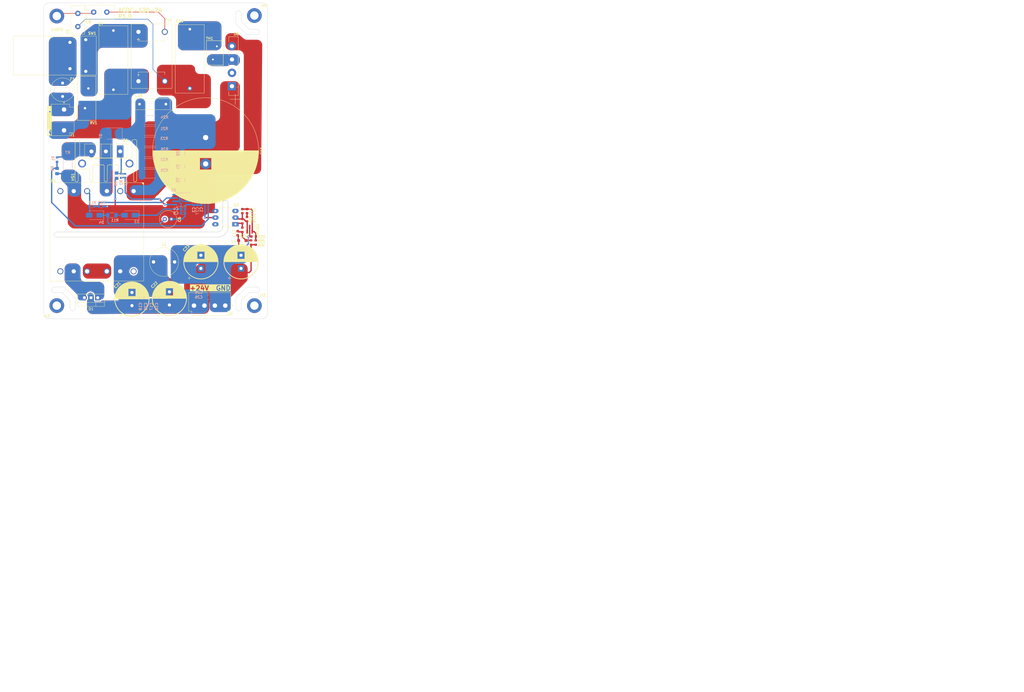
<source format=kicad_pcb>
(kicad_pcb (version 20230730) (generator pcbnew)
  (title_block (date "2023-04-29"))
  (layers (0 "F.Cu" signal) (31 "B.Cu" signal) (34 "B.Paste" user) (35 "F.Paste" user) (36 "B.SilkS" user "B.Silkscreen") (37 "F.SilkS" user "F.Silkscreen") (38 "B.Mask" user) (39 "F.Mask" user) (44 "Edge.Cuts" user))
  (net 0 "")
  (net 1 "/PS/AC_L_SW")
  (net 2 "EARTH")
  (net 3 "/PS/AC_L")
  (net 4 "/PS/AC_N")
  (net 5 "/PS/24V_O")
  (net 6 "/PS/AC_R_O")
  (net 7 "/PS/AC_R_I_1")
  (net 10 "/PS/AC_R_I_2")
  (net 11 "Net-(F1-Pad2)")
  (net 13 "/PS/AUX")
  (net 14 "/PS/TR_GAT")
  (net 15 "/PS/TR_SW")
  (net 16 "Net-(U3-REF)")
  (net 17 "/PS/MOS_S")
  (net 18 "/PS/OPT_C")
  (net 19 "Net-(U3-K)")
  (net 20 "/PS/TR_OUT_GND")
  (net 21 "Net-(Q1-S)")
  (net 22 "DCR_GND")
  (net 23 "OUT_GND")
  (net 24 "Net-(D3-K)")
  (net 25 "Net-(D2-A)")
  (net 27 "Net-(U1-SS)")
  (net 28 "Net-(D4-K)")
  (net 29 "Net-(D7-K)")
  (net 30 "Net-(C10-Pad1)")
  (net 31 "Net-(R4-Pad1)")
  (net 32 "Net-(R4-Pad2)")
  (net 33 "Net-(TR1-Pad10)")
  (net 35 "Net-(U1-OVP)")
  (net 36 "Net-(D5-K)")
  (net 37 "Net-(C14-Pad1)")
  (net 40 "Net-(D3-A)")
  (net 41 "Net-(D1A-A)")
  (net 42 "Net-(R15-Pad1)")
  (footprint "Resistor_SMD:R_0603_1608Metric" (layer "F.Cu") (at 111.64 113.944 -90)
    (property "Reference" "R18")
    (property "Value" "649")
  )
  (footprint "Resistor_SMD:R_0603_1608Metric" (layer "F.Cu") (at 108.338 109.118 -90)
    (property "Reference" "R15")
    (property "Value" "1K")
  )
  (footprint "Resistor_SMD:R_0603_1608Metric" (layer "F.Cu") (at 112.656 111.658)
    (property "Reference" "R20")
    (property "Value" "4.12k")
  )
  (footprint "MountingHole:MountingHole_3.2mm_M3_DIN965_Pad_TopBottom" (layer "F.Cu") (at 112.9 137.9)
    (property "Reference" "H2")
    (property "Value" "MountingHole_Pad")
  )
  (footprint "PS:Diode_Bridge_Vishay_GBU" (layer "F.Cu") (at 104.4 54.56 90)
    (property "Reference" "D6")
    (property "Value" "GBU8K-E3/45")
  )
  (footprint "PS:WV-T247-101E" (layer "F.Cu") (at 47.505 83.92445)
    (property "Reference" "HS1")
    (property "Value" "WV-T247-101E")
  )
  (footprint "PS:38211000410" (layer "F.Cu") (at 40.1 55.9 90)
    (property "Reference" "F1")
    (property "Value" "38212000000")
  )
  (footprint "Varistor:RV_Disc_D16.5mm_W6.7mm_P7.5mm" (layer "F.Cu") (at 49.9 55.4 -90)
    (property "Reference" "RV1")
    (property "Value" "V14E320P")
  )
  (footprint "PS:NE1846EE" (layer "F.Cu") (at 48.9 42.9 -90)
    (property "Reference" "SW1")
    (property "Value" "NE18 2A EE 6AMP\n")
  )
  (footprint "PS:EKZN630ELL681MK30S" (layer "F.Cu") (at 107.83 123.77 90)
    (property "Reference" "C24")
    (property "Value" "680UF")
  )
  (footprint "PS:890324026027CS" (layer "F.Cu") (at 59.4 44.65 -90)
    (property "Reference" "C7")
    (property "Value" "1UF")
  )
  (footprint "PS:EKZN630ELL681MK30S" (layer "F.Cu") (at 92.59 123.77 90)
    (property "Reference" "C23")
    (property "Value" "680UF")
  )
  (footprint "Package_DIP:DIP-6_W7.62mm_LongPads" (layer "F.Cu") (at 105.725 107.005 180)
    (property "Reference" "U2")
    (property "Value" "CNY17-1")
  )
  (footprint "PS:890324026027CS" (layer "F.Cu") (at 88.4 44.15 -90)
    (property "Reference" "C10")
    (property "Value" "1UF")
  )
  (footprint "PS:ALC80A271EB450" (layer "F.Cu") (at 94.4 74.056937 -90)
    (property "Reference" "C15")
    (property "Value" "270UF")
  )
  (footprint "Capacitor_THT:C_Radial_D6.3mm_H11.0mm_P2.50mm" (layer "F.Cu") (at 78.894 105.034)
    (property "Reference" "C6")
    (property "Value" "68UF")
  )
  (footprint "PS:EKZN630ELL681MK30S" (layer "F.Cu") (at 80.652 137.666459 90)
    (property "Reference" "C22")
    (property "Value" "680UF")
  )
  (footprint "Package_TO_SOT_SMD:SOT-23" (layer "F.Cu") (at 111.132 108.864 90)
    (property "Reference" "U3")
    (property "Value" "TL431DBZ")
  )
  (footprint "PS:744869161153" (layer "F.Cu") (at 68.9 52.65 -90)
    (property "Reference" "FL1")
    (property "Value" "744869161153")
  )
  (footprint "Capacitor_SMD:C_0603_1608Metric" (layer "F.Cu") (at 108.338 102.006 90)
    (property "Reference" "C13")
    (property "Value" "43pF")
  )
  (footprint "Capacitor_THT:C_Rect_L13.0mm_W4.0mm_P10.00mm_FKS3_FKP3_MKS4" (layer "F.Cu") (at 69.302 61.366)
    (property "Reference" "C16")
    (property "Value" "10nF")
  )
  (footprint "MountingHole:MountingHole_3.2mm_M3_DIN965_Pad_TopBottom" (layer "F.Cu") (at 112.9 27.7)
    (property "Reference" "H4")
    (property "Value" "MountingHole_Pad")
  )
  (footprint "Capacitor_THT:C_Disc_D10.5mm_W5.0mm_P5.00mm" (layer "F.Cu") (at 45.9 31.9 90)
    (property "Reference" "C9")
    (property "Value" "4700PF")
  )
  (footprint "Resistor_SMD:R_0603_1608Metric" (layer "F.Cu") (at 113.418 113.944 -90)
    (property "Reference" "R19")
    (property "Value" "35.7k")
  )
  (footprint "Varistor:RV_Disc_D9mm_W6.1mm_P5mm" (layer "F.Cu") (at 97.15 44.4 90)
    (property "Reference" "TH1")
    (property "Value" "B57235S0509M000")
  )
  (footprint "PS:JST_VH_B2P3-VH_1x02_P7.92mm_Vertical" (layer "F.Cu") (at 40.65 63.4 -90)
    (property "Reference" "J1")
    (property "Value" "B2P3-VH(LF)(SN)")
  )
  (footprint "Capacitor_SMD:C_0603_1608Metric" (layer "F.Cu") (at 110.116 102.006 90)
    (property "Reference" "C14")
    (property "Value" "27nF")
  )
  (footprint "PS:750342946" (layer "F.Cu") (at 67.06 94.4 -90)
    (property "Reference" "TR1")
    (property "Value" "750342946")
  )
  (footprint "Capacitor_THT:C_Disc_D10.5mm_W5.0mm_P5.00mm" (layer "F.Cu") (at 56.9 26.4 180)
    (property "Reference" "C8")
    (property "Value" "4700PF")
  )
  (footprint "PS:JST_VH_B4P-VH-B_1x04_P3.96mm_Vertical" (layer "F.Cu") (at 101.86 137.9 180)
    (property "Reference" "J2")
    (property "Value" "B4P-VH(LF)(SN)")
  )
  (footprint "Diode_SMD:D_SOD-123F" (layer "F.Cu") (at 108.338 113.182 180)
    (property "Reference" "D5")
    (property "Value" "MMSZ5240B")
  )
  (footprint "Capacitor_SMD:C_0603_1608Metric" (layer "F.Cu") (at 106.56 110.388 -90)
    (property "Reference" "C12")
    (property "Value" "0.1UF")
  )
  (footprint "Resistor_SMD:R_0603_1608Metric" (layer "F.Cu") (at 108.338 105.816 -90)
    (property "Reference" "R16")
    (property "Value" "1k")
  )
  (footprint "Package_TO_SOT_THT:TO-220-3_Vertical" (layer "F.Cu") (at 53.44 134.9 180)
    (property "Reference" "D1")
    (property "Value" "STPS30SM100ST")
  )
  (footprint "MountingHole:MountingHole_3.2mm_M3_DIN965_Pad_TopBottom" (layer "F.Cu") (at 37.9 137.9 90)
    (property "Reference" "H3")
    (property "Value" "MountingHole_Pad")
  )
  (footprint "PS:EKZN630ELL681MK30S" (layer "F.Cu") (at 66.428 137.9 90)
    (property "Reference" "C21")
    (property "Value" "680UF")
  )
  (footprint "Resistor_SMD:R_0603_1608Metric" (layer "F.Cu") (at 110.116 105.054 -90)
    (property "Reference" "R17")
    (property "Value" "93.1k")
  )
  (footprint "PS:744750340047" (layer "F.Cu") (at 78.62 121.31)
    (property "Reference" "L1")
    (property "Value" "4.7UH")
  )
  (footprint "Package_TO_SOT_THT:TO-247-3_Vertical" (layer "F.Cu") (at 61.972 79.326 180)
    (property "Reference" "Q1")
    (property "Value" "IXFH20N100P")
  )
  (footprint "Resistor_SMD:R_2512_6332Metric" (layer "B.Cu") (at 73.286 79.654 180)
    (property "Reference" "R26")
    (property "Value" "20K")
  )
  (footprint "Resistor_SMD:R_1206_3216Metric_Pad1.30x1.75mm_HandSolder" (layer "B.Cu") (at 85.605 80.035 90)
    (property "Reference" "R8")
    (property "Value" "680K")
  )
  (footprint "Resistor_SMD:R_0805_2012Metric_Pad1.20x1.40mm_HandSolder" (layer "B.Cu") (at 37.98 86.766 -90)
    (property "Reference" "R1")
    (property "Value" "16.3K")
  )
  (footprint "Capacitor_SMD:C_0805_2012Metric_Pad1.18x1.45mm_HandSolder" (layer "B.Cu") (at 74.048 134.772 90)
    (property "Reference" "C17")
    (property "Value" "1UF")
  )
  (footprint "Capacitor_SMD:C_0603_1608Metric" (layer "B.Cu") (at 89.78 98.935 -90)
    (property "Reference" "C3")
    (property "Value" "100pF")
  )
  (footprint "Capacitor_SMD:C_0603_1608Metric" (layer "B.Cu") (at 85.805 102.835)
    (property "Reference" "C5")
    (property "Value" "10uF")
  )
  (footprint "Capacitor_SMD:C_0805_2012Metric_Pad1.18x1.45mm_HandSolder" (layer "B.Cu") (at 72.016 134.772 -90)
    (property "Reference" "C20")
    (property "Value" "1UF")
  )
  (footprint "Capacitor_SMD:C_0603_1608Metric" (layer "B.Cu") (at 91.28 98.935 90)
    (property "Reference" "C27")
    (property "Value" "200pF")
  )
  (footprint "Resistor_SMD:R_0603_1608Metric" (layer "B.Cu") (at 62.364 88.544 -90)
    (property "Reference" "R2")
    (property "Value" "4.7")
  )
  (footprint "Diode_SMD:D_SMA" (layer "B.Cu") (at 52.204 103.546 180)
    (property "Reference" "D4")
    (property "Value" "VS-2EMH01HM3/5AT ")
  )
  (footprint "Resistor_SMD:R_2512_6332Metric" (layer "B.Cu") (at 73.286 67.462 180)
    (property "Reference" "R24")
    (property "Value" "20K")
  )
  (footprint "Resistor_SMD:R_2512_6332Metric_Pad1.40x3.35mm_HandSolder" (layer "B.Cu") (at 42.044 84.48 -90)
    (property "Reference" "R7")
    (property "Value" "0.25")
  )
  (footprint "Resistor_SMD:R_2512_6332Metric" (layer "B.Cu") (at 73.286 87.782 180)
    (property "Reference" "R25")
    (property "Value" "20K")
  )
  (footprint "Diode_SMD:D_SMA" (layer "B.Cu") (at 65.6 103.546 180)
    (property "Reference" "D3")
    (property "Value" "VS-2EMH01HM3/5AT ")
  )
  (footprint "Capacitor_SMD:C_0805_2012Metric_Pad1.18x1.45mm_HandSolder" (layer "B.Cu") (at 95.384 134.772 180)
    (property "Reference" "C26")
    (property "Value" "1UF")
  )
  (footprint "Resistor_SMD:R_2512_6332Metric" (layer "B.Cu") (at 73.286 71.526 180)
    (property "Reference" "R21")
    (property "Value" "20k")
  )
  (footprint "Resistor_SMD:R_1206_3216Metric_Pad1.30x1.75mm_HandSolder" (layer "B.Cu") (at 85.605 90.195 90)
    (property "Reference" "R6")
    (property "Value" "680K")
  )
  (footprint "Capacitor_SMD:C_0805_2012Metric_Pad1.18x1.45mm_HandSolder" (layer "B.Cu") (at 95.384 132.74)
    (property "Reference" "C25")
    (property "Value" "1UF")
  )
  (footprint "Capacitor_SMD:C_0603_1608Metric" (layer "B.Cu") (at 92.78 98.935 -90)
    (property "Reference" "C1")
    (property "Value" "18nF")
  )
  (footprint "Resistor_SMD:R_0603_1608Metric" (layer "B.Cu") (at 37.98 82.448 -90)
    (property "Reference" "R3")
    (property "Value" "1.33k")
  )
  (footprint "Resistor_SMD:R_1206_3216Metric_Pad1.30x1.75mm_HandSolder" (layer "B.Cu") (at 85.605 85.115 90)
    (property "Reference" "R4")
    (property "Value" "680K")
  )
  (footprint "Capacitor_SMD:C_0805_2012Metric_Pad1.18x1.45mm_HandSolder" (layer "B.Cu") (at 69.984 134.772 90)
    (property "Reference" "C19")
    (property "Value" "1UF")
  )
  (footprint "Resistor_SMD:R_0805_2012Metric_Pad1.20x1.40mm_HandSolder" (layer "B.Cu") (at 60.586 88.544 -90)
    (property "Reference" "R5")
    (property "Value" "10k")
  )
  (footprint "Resistor_SMD:R_0603_1608Metric" (layer "B.Cu") (at 54.744 100.228)
    (property "Reference" "R13")
    (property "Value" "31.875k")
  )
  (footprint "MountingHole:MountingHole_3.2mm_M3_DIN965_Pad_TopBottom" (layer "B.Cu") (at 37.9 27.9 180)
    (property "Reference" "H1" hide)
    (property "Value" "MountingHole_Pad")
  )
  (footprint "Resistor_SMD:R_1206_3216Metric_Pad1.30x1.75mm_HandSolder" (layer "B.Cu") (at 58.808 103.546)
    (property "Reference" "R11")
    (property "Value" "20")
  )
  (footprint "Resistor_SMD:R_0603_1608Metric" (layer "B.Cu") (at 51.188 100.228 180)
    (property "Reference" "R12")
    (property "Value" "86.6k")
  )
  (footprint "Resistor_SMD:R_2512_6332Metric" (layer "B.Cu") (at 73.286 83.718 180)
    (property "Reference" "R22")
    (property "Value" "20K")
  )
  (footprint "Capacitor_SMD:C_0603_1608Metric" (layer "B.Cu") (at 85.805 101.235)
    (property "Reference" "C4")
    (property "Value" "100nF")
  )
  (footprint "Resistor_SMD:R_2512_6332Metric" (layer "B.Cu") (at 73.286 75.59 180)
    (property "Reference" "R23")
    (property "Value" "20K")
  )
  (footprint "Capacitor_SMD:C_0805_2012Metric_Pad1.18x1.45mm_HandSolder" (layer "B.Cu") (at 76.08 134.772 -90)
    (property "Reference" "C18")
    (property "Value" "1UF")
  )
  (footprint "Diode_SMD:D_SMB" (layer "B.Cu") (at 59.062 72.542 180)
    (property "Reference" "D7")
    (property "Value" "S3MB-13-F")
  )
  (footprint "Diode_SMD:D_SOD-523" (layer "B.Cu") (at 63.888 88.544 90)
    (property "Reference" "D2")
    (property "Value" "RB520SM-40T2R ")
  )
  (footprint "Package_SO:SOIC-8_3.9x4.9mm_P1.27mm" (layer "B.Cu") (at 85.18 97.635 180)
    (property "Reference" "U1")
    (property "Value" "UCC28600")
  )
  (gr_arc (start 44.607107 134.607107) (mid 44.823875 134.931531) (end 44.9 135.314214) (stroke (width 0.1)) (layer "Edge.Cuts"))
  (gr_line (start 40.485786 130.9) (end 36.9 130.9) (stroke (width 0.1)) (layer "Edge.Cuts"))
  (gr_arc (start 106.9 139.9) (mid 106.192893 139.607107) (end 105.9 138.9) (stroke (width 0.1)) (layer "Edge.Cuts"))
  (gr_line (start 106.9 139.9) (end 106.9 139.9) (stroke (width 0.1)) (layer "Edge.Cuts"))
  (gr_arc (start 35.9 131.9) (mid 36.192893 131.192893) (end 36.9 130.9) (stroke (width 0.1)) (layer "Edge.Cuts"))
  (gr_arc (start 109.607107 131.192893) (mid 109.931531 130.976125) (end 110.314214 130.9) (stroke (width 0.1)) (layer "Edge.Cuts"))
  (gr_line (start 117.9 24.9) (end 117.9 140.9) (stroke (width 0.1)) (layer "Edge.Cuts"))
  (gr_line (start 44.607107 134.607107) (end 41.192893 131.192893) (stroke (width 0.1)) (layer "Edge.Cuts"))
  (gr_arc (start 113.9 130.9) (mid 114.607107 131.192893) (end 114.9 131.9) (stroke (width 0.1)) (layer "Edge.Cuts"))
  (gr_arc (start 101.9 97.9) (mid 102.607107 98.192893) (end 102.9 98.9) (stroke (width 0.1)) (layer "Edge.Cuts"))
  (gr_line (start 114.9 131.9) (end 114.9 131.9) (stroke (width 0.1)) (layer "Edge.Cuts"))
  (gr_arc (start 106.192893 31.192893) (mid 105.976125 30.868469) (end 105.9 30.485786) (stroke (width 0.1)) (layer "Edge.Cuts"))
  (gr_arc (start 39.485786 132.9) (mid 39.868472 132.976116) (end 40.192893 133.192893) (stroke (width 0.1)) (layer "Edge.Cuts"))
  (gr_arc (start 36.9 110.9) (mid 37.192893 110.192893) (end 37.9 109.9) (stroke (width 0.1)) (layer "Edge.Cuts"))
  (gr_line (start 111.314214 132.9) (end 113.9 132.9) (stroke (width 0.1)) (layer "Edge.Cuts"))
  (gr_arc (start 100.9 98.9) (mid 101.192893 98.192893) (end 101.9 97.9) (stroke (width 0.1)) (layer "Edge.Cuts"))
  (gr_line (start 43.9 139.9) (end 43.9 139.9) (stroke (width 0.1)) (layer "Edge.Cuts"))
  (gr_arc (start 42.607107 135.607107) (mid 42.823875 135.931531) (end 42.9 136.314214) (stroke (width 0.1)) (layer "Edge.Cuts"))
  (gr_line (start 37.6 56.6) (end 42.2 56.6) (stroke (width 0.1)) (layer "Edge.Cuts"))
  (gr_line (start 108.192893 135.607107) (end 110.607107 133.192893) (stroke (width 0.1)) (layer "Edge.Cuts"))
  (gr_line (start 107.9 29.485786) (end 107.9 26.9) (stroke (width 0.1)) (layer "Edge.Cuts"))
  (gr_line (start 42.2 55.1) (end 37.6 55.1) (stroke (width 0.1)) (layer "Edge.Cuts"))
  (gr_arc (start 108.192893 30.192893) (mid 107.97612 29.86847) (end 107.9 29.485786) (stroke (width 0.1)) (layer "Edge.Cuts"))
  (gr_arc (start 110.314214 34.9) (mid 109.931528 34.823884) (end 109.607107 34.607107) (stroke (width 0.1)) (layer "Edge.Cuts"))
  (gr_line (start 100.9 98.9) (end 100.9 107.9) (stroke (width 0.1)) (layer "Edge.Cuts"))
  (gr_line (start 102.9 107.9) (end 102.9 98.9) (stroke (width 0.1)) (layer "Edge.Cuts"))
  (gr_line (start 100.9 98.9) (end 100.9 107.9) (stroke (width 0.1)) (layer "Edge.Cuts"))
  (gr_arc (start 114.9 33.9) (mid 114.607107 34.607107) (end 113.9 34.9) (stroke (width 0.1)) (layer "Edge.Cuts"))
  (gr_line (start 114.9 33.9) (end 114.9 33.9) (stroke (width 0.1)) (layer "Edge.Cuts"))
  (gr_arc (start 42.9 55.9) (mid 42.694975 56.394975) (end 42.2 56.6) (stroke (width 0.1)) (layer "Edge.Cuts"))
  (gr_arc (start 100.9 98.9) (mid 101.192893 98.192893) (end 101.9 97.9) (stroke (width 0.1)) (layer "Edge.Cuts"))
  (gr_line (start 113.9 130.9) (end 110.314214 130.9) (stroke (width 0.1)) (layer "Edge.Cuts"))
  (gr_line (start 37.9 111.9) (end 98.9 111.9) (stroke (width 0.1)) (layer "Edge.Cuts"))
  (gr_line (start 115.9 142.9) (end 34.9 142.9) (stroke (width 0.1)) (layer "Edge.Cuts"))
  (gr_arc (start 43.9 139.9) (mid 43.192893 139.607107) (end 42.9 138.9) (stroke (width 0.1)) (layer "Edge.Cuts"))
  (gr_line (start 36.9 55.8) (end 36.9 55.9) (stroke (width 0.1)) (layer "Edge.Cuts"))
  (gr_line (start 36.9 110.9) (end 36.9 110.9) (stroke (width 0.1)) (layer "Edge.Cuts"))
  (gr_arc (start 102.9 107.9) (mid 101.728427 110.728427) (end 98.9 111.9) (stroke (width 0.1)) (layer "Edge.Cuts"))
  (gr_arc (start 113.9 32.9) (mid 114.607107 33.192893) (end 114.9 33.9) (stroke (width 0.1)) (layer "Edge.Cuts"))
  (gr_arc (start 36.9 132.9) (mid 36.192893 132.607107) (end 35.9 131.9) (stroke (width 0.1)) (layer "Edge.Cuts"))
  (gr_arc (start 105.9 26.9) (mid 106.192893 26.192893) (end 106.9 25.9) (stroke (width 0.1)) (layer "Edge.Cuts"))
  (gr_arc (start 114.9 131.9) (mid 114.607107 132.607107) (end 113.9 132.9) (stroke (width 0.1)) (layer "Edge.Cuts"))
  (gr_line (start 110.314214 34.9) (end 113.9 34.9) (stroke (width 0.1)) (layer "Edge.Cuts"))
  (gr_line (start 42.9 136.314214) (end 42.9 138.9) (stroke (width 0.1)) (layer "Edge.Cuts"))
  (gr_line (start 32.9 140.9) (end 32.9 24.9) (stroke (width 0.1)) (layer "Edge.Cuts"))
  (gr_line (start 40.192893 133.192893) (end 42.607107 135.607107) (stroke (width 0.1)) (layer "Edge.Cuts"))
  (gr_arc (start 37.9 111.9) (mid 37.192893 111.607107) (end 36.9 110.9) (stroke (width 0.1)) (layer "Edge.Cuts"))
  (gr_line (start 42.9 55.9) (end 42.9 55.8) (stroke (width 0.1)) (layer "Edge.Cuts"))
  (gr_arc (start 36.9 55.8) (mid 37.105025 55.305025) (end 37.6 55.1) (stroke (width 0.1)) (layer "Edge.Cuts"))
  (gr_arc (start 40.485786 130.9) (mid 40.868469 130.97612) (end 41.192893 131.192893) (stroke (width 0.1)) (layer "Edge.Cuts"))
  (gr_line (start 109.607107 131.192893) (end 106.192893 134.607107) (stroke (width 0.1)) (layer "Edge.Cuts"))
  (gr_arc (start 101.9 97.9) (mid 102.607107 98.192893) (end 102.9 98.9) (stroke (width 0.1)) (layer "Edge.Cuts"))
  (gr_line (start 34.9 22.9) (end 115.9 22.9) (stroke (width 0.1)) (layer "Edge.Cuts"))
  (gr_arc (start 105.9 135.314214) (mid 105.97612 134.931531) (end 106.192893 134.607107) (stroke (width 0.1)) (layer "Edge.Cuts"))
  (gr_arc (start 44.9 138.9) (mid 44.607107 139.607107) (end 43.9 139.9) (stroke (width 0.1)) (layer "Edge.Cuts"))
  (gr_arc (start 32.9 24.9) (mid 33.485786 23.485786) (end 34.9 22.9) (stroke (width 0.1)) (layer "Edge.Cuts"))
  (gr_arc (start 34.9 142.9) (mid 33.485786 142.314214) (end 32.9 140.9) (stroke (width 0.1)) (layer "Edge.Cuts"))
  (gr_arc (start 102.9 107.9) (mid 101.728427 110.728427) (end 98.9 111.9) (stroke (width 0.1)) (layer "Edge.Cuts"))
  (gr_arc (start 42.2 55.1) (mid 42.694975 55.305025) (end 42.9 55.8) (stroke (width 0.1)) (layer "Edge.Cuts"))
  (gr_line (start 106.9 25.9) (end 106.9 25.9) (stroke (width 0.1)) (layer "Edge.Cuts"))
  (gr_line (start 98.9 109.9) (end 37.9 109.9) (stroke (width 0.1)) (layer "Edge.Cuts"))
  (gr_arc (start 100.9 107.9) (mid 100.314214 109.314214) (end 98.9 109.9) (stroke (width 0.1)) (layer "Edge.Cuts"))
  (gr_arc (start 100.9 107.9) (mid 100.314214 109.314214) (end 98.9 109.9) (stroke (width 0.1)) (layer "Edge.Cuts"))
  (gr_line (start 98.9 109.9) (end 37.9 109.9) (stroke (width 0.1)) (layer "Edge.Cuts"))
  (gr_line (start 35.9 131.9) (end 35.9 131.9) (stroke (width 0.1)) (layer "Edge.Cuts"))
  (gr_line (start 113.9 32.9) (end 111.314214 32.9) (stroke (width 0.1)) (layer "Edge.Cuts"))
  (gr_arc (start 107.9 138.9) (mid 107.607107 139.607107) (end 106.9 139.9) (stroke (width 0.1)) (layer "Edge.Cuts"))
  (gr_line (start 105.9 26.9) (end 105.9 30.485786) (stroke (width 0.1)) (layer "Edge.Cuts"))
  (gr_line (start 102.9 107.9) (end 102.9 98.9) (stroke (width 0.1)) (layer "Edge.Cuts"))
  (gr_line (start 44.9 138.9) (end 44.9 135.314214) (stroke (width 0.1)) (layer "Edge.Cuts"))
  (gr_arc (start 106.9 25.9) (mid 107.607107 26.192893) (end 107.9 26.9) (stroke (width 0.1)) (layer "Edge.Cuts"))
  (gr_arc (start 111.314214 32.9) (mid 110.931531 32.82388) (end 110.607107 32.607107) (stroke (width 0.1)) (layer "Edge.Cuts"))
  (gr_arc (start 107.9 136.314214) (mid 107.976116 135.931528) (end 108.192893 135.607107) (stroke (width 0.1)) (layer "Edge.Cuts"))
  (gr_arc (start 110.607107 133.192893) (mid 110.93153 132.97612) (end 111.314214 132.9) (stroke (width 0.1)) (layer "Edge.Cuts"))
  (gr_line (start 105.9 135.314214) (end 105.9 138.9) (stroke (width 0.1)) (layer "Edge.Cuts"))
  (gr_line (start 110.607107 32.607107) (end 108.192893 30.192893) (stroke (width 0.1)) (layer "Edge.Cuts"))
  (gr_arc (start 37.6 56.6) (mid 37.105025 56.394975) (end 36.9 55.9) (stroke (width 0.1)) (layer "Edge.Cuts"))
  (gr_arc (start 117.9 140.9) (mid 117.314214 142.314214) (end 115.9 142.9) (stroke (width 0.1)) (layer "Edge.Cuts"))
  (gr_line (start 36.9 132.9) (end 39.485786 132.9) (stroke (width 0.1)) (layer "Edge.Cuts"))
  (gr_line (start 106.192893 31.192893) (end 109.607107 34.607107) (stroke (width 0.1)) (layer "Edge.Cuts"))
  (gr_line (start 107.9 138.9) (end 107.9 136.314214) (stroke (width 0.1)) (layer "Edge.Cuts"))
  (gr_line (start 37.9 111.9) (end 98.9 111.9) (stroke (width 0.1)) (layer "Edge.Cuts"))
  (gr_arc (start 115.9 22.9) (mid 117.314214 23.485786) (end 117.9 24.9) (stroke (width 0.1)) (layer "Edge.Cuts"))
  (gr_text "+24V  GND" (at 88.1704 132.3336 0) (layer "F.SilkS" knockout) (effects (font (size 1.8 1.8) (thickness 0.36) bold) (justify left bottom)))
  (gr_text "EARTH" (at 35.694 33.68 0) (layer "F.SilkS") (effects (font (size 1 1) (thickness 0.2) bold) (justify left bottom)))
  (gr_text "L\n\n\nN" (at 33.916 73.1516 0) (layer "F.SilkS" knockout) (effects (font (size 1.8 1.8) (thickness 0.36) bold) (justify left bottom)))
  (gr_text "R1.0" (at 61.094 28.854 0) (layer "F.SilkS") (effects (font (size 1.5 1.5) (thickness 0.3) bold) (justify left bottom)))
  (gr_text "ACDC-120-24" (at 61.094 26.568 0) (layer "F.SilkS") (effects (font (size 1.5 1.5) (thickness 0.3) bold) (justify left bottom)))
  (segment (start 45.9 26.9) (end 38.9 26.9) (width 0.2) (layer "F.Cu") (net 2))
  (segment (start 38.9 26.9) (end 37.9 27.9) (width 0.2) (layer "F.Cu") (net 2))
  (segment (start 51.9 26.9) (end 45.9 26.9) (width 0.2) (layer "F.Cu") (net 2))
  (segment (start 111.64 114.769) (end 111.64 124.612) (width 0.5) (layer "F.Cu") (net 5))
  (segment (start 111.64 124.612) (end 110.878 125.374) (width 0.5) (layer "F.Cu") (net 5))
  (segment (start 110.878 125.374) (end 109.608 125.374) (width 0.5) (layer "F.Cu") (net 5))
  (segment (start 111.64 114.769) (end 113.418 114.769) (width 0.5) (layer "F.Cu") (net 5))
  (segment (start 45.9 31.9) (end 48.692 29.108) (width 0.2) (layer "B.Cu") (net 10))
  (segment (start 48.692 29.108) (end 72.524 29.108) (width 0.2) (layer "B.Cu") (net 10))
  (segment (start 74.4 30.984) (end 74.4 48.15) (width 0.2) (layer "B.Cu") (net 10))
  (segment (start 72.524 29.108) (end 74.4 30.984) (width 0.2) (layer "B.Cu") (net 10))
  (segment (start 74.4 48.15) (end 78.9 52.65) (width 0.2) (layer "B.Cu") (net 10))
  (segment (start 50.363 103.387) (end 50.204 103.546) (width 0.5) (layer "B.Cu") (net 13))
  (segment (start 50.363 95.356) (end 49.407 94.4) (width 0.5) (layer "B.Cu") (net 13))
  (segment (start 50.363 100.228) (end 50.363 95.356) (width 0.5) (layer "B.Cu") (net 13))
  (segment (start 50.363 100.228) (end 50.363 103.387) (width 0.5) (layer "B.Cu") (net 13))
  (segment (start 49.664 103.006) (end 50.204 103.546) (width 0.5) (layer "B.Cu") (net 13))
  (segment (start 78.948 99.54) (end 76.842 97.434) (width 0.5) (layer "F.Cu") (net 14))
  (via (at 78.948 99.54) (size 0.8) (drill 0.4) (layers "F.Cu" "B.Cu") (net 14))
  (via (at 76.842 97.434) (size 0.8) (drill 0.4) (layers "F.Cu" "B.Cu") (net 14))
  (segment (start 66.347041 97.434) (end 76.842 97.434) (width 0.5) (layer "B.Cu") (net 14))
  (segment (start 63.888 94.974959) (end 66.347041 97.434) (width 0.5) (layer "B.Cu") (net 14))
  (segment (start 63.888 89.244) (end 62.489 89.244) (width 0.5) (layer "B.Cu") (net 14))
  (segment (start 62.489 89.244) (end 62.364 89.369) (width 0.5) (layer "B.Cu") (net 14))
  (segment (start 78.948 99.54) (end 82.705 99.54) (width 0.5) (layer "B.Cu") (net 14))
  (segment (start 63.888 89.244) (end 63.888 94.974959) (width 0.5) (layer "B.Cu") (net 14))
  (segment (start 112.082 101.686) (end 111.627 101.231) (width 0.5) (layer "F.Cu") (net 16))
  (segment (start 113.481 111.658) (end 113.481 110.451) (width 0.5) (layer "F.Cu") (net 16))
  (segment (start 113.481 110.451) (end 112.8315 109.8015) (width 0.5) (layer "F.Cu") (net 16))
  (segment (start 112.082 109.8015) (end 112.082 101.686) (width 0.5) (layer "F.Cu") (net 16))
  (segment (start 108.338 101.231) (end 110.116 101.231) (width 0.5) (layer "F.Cu") (net 16))
  (segment (start 112.8315 109.8015) (end 112.082 109.8015) (width 0.5) (layer "F.Cu") (net 16))
  (segment (start 113.418 111.721) (end 113.481 111.658) (width 0.5) (layer "F.Cu") (net 16))
  (segment (start 113.418 113.119) (end 113.418 111.721) (width 0.5) (layer "F.Cu") (net 16))
  (segment (start 111.627 101.231) (end 110.116 101.231) (width 0.5) (layer "F.Cu") (net 16))
  (segment (start 35.948 86.544) (end 36.726 85.766) (width 0.5) (layer "B.Cu") (net 17))
  (segment (start 92.336 93.37) (end 95.384 96.418) (width 0.5) (layer "B.Cu") (net 17))
  (segment (start 92.844 107.594) (end 44.838 107.594) (width 0.5) (layer "B.Cu") (net 17))
  (segment (start 37.98 83.273) (end 37.98 85.766) (width 0.5) (layer "B.Cu") (net 17))
  (segment (start 87.655 98.27) (end 89.67 98.27) (width 0.5) (layer "B.Cu") (net 17))
  (segment (start 85.224 94.64) (end 86.494 93.37) (width 0.5) (layer "B.Cu") (net 17))
  (segment (start 36.726 85.766) (end 37.98 85.766) (width 0.5) (layer "B.Cu") (net 17))
  (segment (start 87.655 98.27) (end 85.679 98.27) (width 0.5) (layer "B.Cu") (net 17))
  (segment (start 35.948 98.704) (end 35.948 86.544) (width 0.5) (layer "B.Cu") (net 17))
  (segment (start 95.384 105.054) (end 92.844 107.594) (width 0.5) (layer "B.Cu") (net 17))
  (segment (start 85.224 97.815) (end 85.224 94.64) (width 0.5) (layer "B.Cu") (net 17))
  (segment (start 44.838 107.594) (end 35.948 98.704) (width 0.5) (layer "B.Cu") (net 17))
  (segment (start 89.67 98.27) (end 89.78 98.16) (width 0.5) (layer "B.Cu") (net 17))
  (segment (start 85.679 98.27) (end 85.224 97.815) (width 0.5) (layer "B.Cu") (net 17))
  (segment (start 86.494 93.37) (end 92.336 93.37) (width 0.5) (layer "B.Cu") (net 17))
  (segment (start 95.384 96.418) (end 95.384 105.054) (width 0.5) (layer "B.Cu") (net 17))
  (segment (start 98.105 104.465) (end 94.194986 104.465) (width 0.5) (layer "F.Cu") (net 18))
  (segment (start 94.194986 104.465) (end 94.114 104.545986) (width 0.5) (layer "F.Cu") (net 18))
  (via (at 94.114 104.545986) (size 0.8) (drill 0.4) (layers "F.Cu" "B.Cu") (net 18))
  (segment (start 87.655 97) (end 90.886 97) (width 0.5) (layer "B.Cu") (net 18))
  (segment (start 90.886 97) (end 91.28 97.394) (width 0.5) (layer "B.Cu") (net 18))
  (segment (start 86.314 97) (end 85.986 96.672) (width 0.5) (layer "B.Cu") (net 18))
  (segment (start 85.986 96.672) (end 85.986 94.894) (width 0.5) (layer "B.Cu") (net 18))
  (segment (start 92.082 94.386) (end 94.114 96.418) (width 0.5) (layer "B.Cu") (net 18))
  (segment (start 86.494 94.386) (end 92.082 94.386) (width 0.5) (layer "B.Cu") (net 18))
  (segment (start 85.986 94.894) (end 86.494 94.386) (width 0.5) (layer "B.Cu") (net 18))
  (segment (start 91.28 97.394) (end 91.28 98.16) (width 0.5) (layer "B.Cu") (net 18))
  (segment (start 87.655 97) (end 86.314 97) (width 0.5) (layer "B.Cu") (net 18))
  (segment (start 94.114 96.418) (end 94.114 104.545986) (width 0.5) (layer "B.Cu") (net 18))
  (segment (start 108.783 104.991) (end 108.338 104.991) (width 0.5) (layer "F.Cu") (net 19))
  (segment (start 110.182 105.945) (end 110.116 105.879) (width 0.5) (layer "F.Cu") (net 19))
  (segment (start 108.338 104.991) (end 108.338 102.781) (width 0.5) (layer "F.Cu") (net 19))
  (segment (start 106.251 104.991) (end 105.725 104.465) (width 0.5) (layer "F.Cu") (net 19))
  (segment (start 110.182 109.8015) (end 110.182 105.945) (width 0.5) (layer "F.Cu") (net 19))
  (segment (start 109.671 105.879) (end 108.783 104.991) (width 0.5) (layer "F.Cu") (net 19))
  (segment (start 110.116 105.879) (end 109.671 105.879) (width 0.5) (layer "F.Cu") (net 19))
  (segment (start 108.338 104.991) (end 106.251 104.991) (width 0.5) (layer "F.Cu") (net 19))
  (segment (start 38.173 81.43) (end 37.98 81.623) (width 0.5) (layer "B.Cu") (net 21))
  (segment (start 42.044 81.43) (end 38.173 81.43) (width 0.5) (layer "B.Cu") (net 21))
  (segment (start 60.078 97.434) (end 60.078 100.482) (width 0.5) (layer "F.Cu") (net 22))
  (via (at 57.03 100.228) (size 0.8) (drill 0.4) (layers "F.Cu" "B.Cu") (net 22))
  (via (at 60.078 97.434) (size 0.8) (drill 0.4) (layers "F.Cu" "B.Cu") (net 22))
  (segment (start 86.58 102.835) (end 86.58 101.235) (width 0.5) (layer "B.Cu") (net 22))
  (segment (start 60.586 89.544) (end 60.078 90.052) (width 0.5) (layer "B.Cu") (net 22))
  (segment (start 41.808 87.766) (end 42.044 87.53) (width 0.5) (layer "B.Cu") (net 22))
  (segment (start 60.078 90.052) (end 60.078 97.434) (width 0.5) (layer "B.Cu") (net 22))
  (segment (start 81.394 105.034) (end 85.498 105.034) (width 0.5) (layer "B.Cu") (net 22))
  (segment (start 85.498 105.034) (end 86.58 103.952) (width 0.5) (layer "B.Cu") (net 22))
  (segment (start 86.58 99.835) (end 86.58 101.235) (width 0.5) (layer "B.Cu") (net 22))
  (segment (start 86.88 99.535) (end 86.58 99.835) (width 0.5) (layer "B.Cu") (net 22))
  (segment (start 87.655 99.54) (end 86.885 99.54) (width 0.5) (layer "B.Cu") (net 22))
  (segment (start 37.98 87.766) (end 41.808 87.766) (width 0.5) (layer "B.Cu") (net 22))
  (segment (start 55.569 100.228) (end 57.03 100.228) (width 0.5) (layer "B.Cu") (net 22))
  (segment (start 91.28 99.71) (end 89.78 99.71) (width 0.5) (layer "B.Cu") (net 22))
  (segment (start 89.61 99.54) (end 89.78 99.71) (width 0.5) (layer "B.Cu") (net 22))
  (segment (start 86.58 103.952) (end 86.58 102.835) (width 0.5) (layer "B.Cu") (net 22))
  (segment (start 87.655 99.54) (end 89.61 99.54) (width 0.5) (layer "B.Cu") (net 22))
  (segment (start 86.885 99.54) (end 86.88 99.535) (width 0.5) (layer "B.Cu") (net 22))
  (segment (start 92.78 99.71) (end 91.28 99.71) (width 0.5) (layer "B.Cu") (net 22))
  (segment (start 92.79 99.72) (end 92.78 99.71) (width 0.5) (layer "B.Cu") (net 22))
  (segment (start 106.56 111.163) (end 106.814 111.417) (width 0.5) (layer "F.Cu") (net 23))
  (segment (start 111.831 111.658) (end 111.132 111.658) (width 0.5) (layer "F.Cu") (net 23))
  (segment (start 106.814 113.058) (end 106.938 113.182) (width 0.5) (layer "F.Cu") (net 23))
  (segment (start 106.814 111.417) (end 106.814 113.058) (width 0.5) (layer "F.Cu") (net 23))
  (segment (start 106.938 113.182) (end 106.938 116.36) (width 0.5) (layer "F.Cu") (net 23))
  (segment (start 111.132 107.9265) (end 111.132 111.658) (width 0.5) (layer "F.Cu") (net 23))
  (segment (start 106.938 116.36) (end 106.814 116.484) (width 0.5) (layer "F.Cu") (net 23))
  (segment (start 111.132 111.658) (end 110.624 111.658) (width 0.5) (layer "F.Cu") (net 23))
  (via (at 110.624 111.658) (size 0.8) (drill 0.4) (layers "F.Cu" "B.Cu") (net 23))
  (segment (start 107.83 117.246) (end 107.83 118.77) (width 0.5) (layer "B.Cu") (net 23))
  (segment (start 110.624 111.658) (end 110.624 114.452) (width 0.5) (layer "B.Cu") (net 23))
  (segment (start 110.624 114.452) (end 107.83 117.246) (width 0.5) (layer "B.Cu") (net 23))
  (segment (start 67.6 103.546) (end 76.064 103.546) (width 0.5) (layer "B.Cu") (net 24))
  (segment (start 84.462 92.888) (end 84.462 98.023) (width 0.5) (layer "B.Cu") (net 24))
  (segment (start 84.215 98.27) (end 82.705 98.27) (width 0.5) (layer "B.Cu") (net 24))
  (segment (start 84.462 98.023) (end 84.215 98.27) (width 0.5) (layer "B.Cu") (net 24))
  (segment (start 78.375 101.235) (end 85.03 101.235) (width 0.5) (layer "B.Cu") (net 24))
  (segment (start 76.064 103.546) (end 78.375 101.235) (width 0.5) (layer "B.Cu") (net 24))
  (segment (start 85.03 101.235) (end 85.03 99.085) (width 0.5) (layer "B.Cu") (net 24))
  (segment (start 85.605 91.745) (end 84.462 92.888) (width 0.5) (layer "B.Cu") (net 24))
  (segment (start 85.03 102.835) (end 85.03 101.235) (width 0.5) (layer "B.Cu") (net 24))
  (segment (start 85.03 99.085) (end 84.215 98.27) (width 0.5) (layer "B.Cu") (net 24))
  (segment (start 62.364 79.718) (end 61.972 79.326) (width 0.5) (layer "B.Cu") (net 25))
  (segment (start 62.489 87.844) (end 62.364 87.719) (width 0.5) (layer "B.Cu") (net 25))
  (segment (start 63.888 87.844) (end 62.489 87.844) (width 0.5) (layer "B.Cu") (net 25))
  (segment (start 62.364 87.719) (end 60.761 87.719) (width 0.5) (layer "B.Cu") (net 25))
  (segment (start 62.364 87.719) (end 62.364 79.718) (width 0.5) (layer "B.Cu") (net 25))
  (segment (start 60.761 87.719) (end 60.586 87.544) (width 0.5) (layer "B.Cu") (net 25))
  (segment (start 92.78 96.435) (end 92.78 98.16) (width 0.5) (layer "B.Cu") (net 27))
  (segment (start 87.655 95.73) (end 92.075 95.73) (width 0.5) (layer "B.Cu") (net 27))
  (segment (start 92.075 95.73) (end 92.78 96.435) (width 0.5) (layer "B.Cu") (net 27))
  (segment (start 54.204 103.546) (end 57.258 103.546) (width 0.5) (layer "B.Cu") (net 28))
  (segment (start 57.792 106.832) (end 57.284 106.324) (width 0.5) (layer "B.Cu") (net 28))
  (segment (start 57.284 106.324) (end 57.284 103.572) (width 0.5) (layer "B.Cu") (net 28))
  (segment (start 57.284 103.572) (end 57.258 103.546) (width 0.5) (layer "B.Cu") (net 28))
  (segment (start 77.096 106.832) (end 57.792 106.832) (width 0.5) (layer "B.Cu") (net 28))
  (segment (start 78.894 105.034) (end 77.096 106.832) (width 0.5) (layer "B.Cu") (net 28))
  (segment (start 78.9 28.9) (end 78.9 33.9) (width 0.2) (layer "F.Cu") (net 30))
  (segment (start 56.9 26.4) (end 76.4 26.4) (width 0.2) (layer "F.Cu") (net 30))
  (segment (start 76.4 26.4) (end 78.9 28.9) (width 0.2) (layer "F.Cu") (net 30))
  (segment (start 85.605 86.665) (end 85.605 88.645) (width 0.5) (layer "B.Cu") (net 31))
  (segment (start 85.605 81.585) (end 85.605 83.565) (width 0.5) (layer "B.Cu") (net 32))
  (segment (start 52.013 100.228) (end 53.919 100.228) (width 0.5) (layer "B.Cu") (net 35))
  (segment (start 54.236 98.704) (end 77.858 98.704) (width 0.5) (layer "B.Cu") (net 35))
  (segment (start 53.919 100.228) (end 53.919 99.021) (width 0.5) (layer "B.Cu") (net 35))
  (segment (start 77.858 98.704) (end 79.562 97) (width 0.5) (layer "B.Cu") (net 35))
  (segment (start 53.919 99.021) (end 54.236 98.704) (width 0.5) (layer "B.Cu") (net 35))
  (segment (start 79.562 97) (end 82.705 97) (width 0.5) (layer "B.Cu") (net 35))
  (segment (start 106.827 109.88) (end 108.275 109.88) (width 0.5) (layer "F.Cu") (net 36))
  (segment (start 108.275 109.88) (end 108.338 109.943) (width 0.5) (layer "F.Cu") (net 36))
  (segment (start 106.56 109.613) (end 106.827 109.88) (width 0.5) (layer "F.Cu") (net 36))
  (segment (start 109.801 113.119) (end 109.738 113.182) (width 0.5) (layer "F.Cu") (net 36))
  (segment (start 111.64 113.119) (end 109.801 113.119) (width 0.5) (layer "F.Cu") (net 36))
  (segment (start 108.338 109.943) (end 108.338 111.782) (width 0.5) (layer "F.Cu") (net 36))
  (segment (start 108.338 111.782) (end 109.738 113.182) (width 0.5) (layer "F.Cu") (net 36))
  (segment (start 110.116 104.229) (end 110.116 102.781) (width 0.5) (layer "F.Cu") (net 37))
  (segment (start 60.358 103.546) (end 63.6 103.546) (width 0.3) (layer "B.Cu") (net 40))
  (segment (start 106.089 106.641) (end 105.725 107.005) (width 0.5) (layer "F.Cu") (net 42))
  (segment (start 108.338 106.641) (end 106.089 106.641) (width 0.5) (layer "F.Cu") (net 42))
  (segment (start 106.225 107.505) (end 105.725 107.005) (width 0.5) (layer "F.Cu") (net 42))
  (segment (start 108.338 108.293) (end 108.338 106.641) (width 0.5) (layer "F.Cu") (net 42))
  (zone (net 6) (net_name "/PS/AC_R_O") (layer "F.Cu") (priority 15) (connect_pads yes (clearance 0.508)) (min_thickness 0.25) (fill yes (thermal_gap 0.5) (thermal_bridge_width 0.5) (smoothing fillet) (radius 2))
    (polygon (pts (xy 107.392 79.4) (xy 80.282 79.4) (xy 80.282 91.592) (xy 74.302 97.942) (xy 64.4 97.9) (xy 64.4 88.798) (xy 70.734399 85.247258) (xy 70.746 67.9) (xy 99.9 67.9) (xy 99.9 52.654) (xy 107.392 52.654)))
  )
  (zone (net 22) (net_name "DCR_GND") (layer "F.Cu") (priority 19) (connect_pads yes (clearance 0.508)) (min_thickness 0.25) (fill yes (thermal_gap 0.5) (thermal_bridge_width 0.5) (smoothing fillet) (radius 2))
    (polygon (pts (xy 109.4 36.9) (xy 115.9 36.9) (xy 115.461479 87.9) (xy 97.9 87.9) (xy 97.9 95.05) (xy 83.192 95.05) (xy 83.192 80.918655) (xy 108.9 80.9) (xy 108.9 40.9) (xy 101.9 40.9) (xy 101.9 34.4) (xy 106.4 34.4)))
  )
  (zone (net 5) (net_name "/PS/24V_O") (layer "F.Cu") (priority 6) (connect_pads yes (clearance 0.508)) (min_thickness 0.25) (fill yes (thermal_gap 0.5) (thermal_bridge_width 0.5) (smoothing fillet) (radius 2))
    (polygon (pts (xy 110.37 128.295) (xy 103.385 135.28) (xy 95.765 135.28) (xy 95.765 140.995) (xy 64.015 140.995) (xy 64.015 135.915) (xy 86.24 135.915) (xy 86.24 127.66) (xy 90.685 127.66) (xy 90.685 121.945) (xy 110.37 121.945)))
  )
  (zone (net 4) (net_name "/PS/AC_N") (layer "F.Cu") (priority 20) (connect_pads yes (clearance 0.508)) (min_thickness 0.25) (fill yes (thermal_gap 0.5) (thermal_bridge_width 0.5) (smoothing fillet) (radius 2))
    (polygon (pts (xy 72.9 57.302) (xy 66.174 57.302) (xy 66.174 74.32) (xy 35.154 74.36) (xy 34.9 67.9) (xy 45.9 67.9) (xy 45.9 60.4) (xy 55.9 60.4) (xy 55.9 47.956) (xy 72.9 47.956)))
  )
  (zone (net 10) (net_name "/PS/AC_R_I_2") (layer "F.Cu") (priority 10) (connect_pads yes (clearance 0.508)) (min_thickness 0.25) (fill yes (thermal_gap 0.5) (thermal_bridge_width 0.5) (smoothing fillet) (radius 2))
    (polygon (pts (xy 90.4 49.9) (xy 96.4 49.9) (xy 96.4 62.9) (xy 83.192 62.9) (xy 83.192 62.636) (xy 83.192 58.064) (xy 75.9 58.064) (xy 75.9 46.4) (xy 90.4 46.4)))
  )
  (zone (net 22) (net_name "DCR_GND") (layer "F.Cu") (priority 12) (connect_pads yes (clearance 0.508)) (min_thickness 0.25) (fill yes (thermal_gap 0.5) (thermal_bridge_width 0.5) (smoothing fillet) (radius 2))
    (polygon (pts (xy 97.924 101.498) (xy 97.924 102.768) (xy 94.114 102.768) (xy 94.114 108.61) (xy 43.822 108.61) (xy 42.044 107.086) (xy 42.044 91.592) (xy 47.124 91.592) (xy 47.124 97.434) (xy 49.41 99.72) (xy 78.366 99.72) (xy 83.192 94.894) (xy 83.192 91.084) (xy 97.924 91.084)))
  )
  (zone (net 33) (net_name "Net-(TR1-Pad10)") (layer "F.Cu") (priority 1) (connect_pads yes (clearance 0.508)) (min_thickness 0.25) (fill yes (thermal_gap 0.5) (thermal_bridge_width 0.5) (smoothing fillet) (radius 2))
    (polygon (pts (xy 47.8 121.9) (xy 47.8 127.65) (xy 58.554 127.65) (xy 58.554 121.9)))
  )
  (zone (net 20) (net_name "/PS/TR_OUT_GND") (layers "F&B.Cu") (priority 2) (connect_pads yes (clearance 0.508)) (min_thickness 0.25) (fill yes (thermal_gap 0.5) (thermal_bridge_width 0.5) (smoothing fillet) (radius 2))
    (polygon (pts (xy 59.57 118.77) (xy 59.57 134.518) (xy 83.446 134.518) (xy 83.446 127.66) (xy 79.89 127.66) (xy 79.89 118.77)))
  )
  (zone (net 7) (net_name "/PS/AC_R_I_1") (layers "F&B.Cu") (priority 14) (connect_pads yes (clearance 0.508)) (min_thickness 0.25) (fill yes (thermal_gap 0.5) (thermal_bridge_width 0.5) (smoothing fillet) (radius 2))
    (polygon (pts (xy 94.9 42.4) (xy 107.4 42.4) (xy 107.4 46.9) (xy 94.9 46.9)))
  )
  (zone (net 21) (net_name "Net-(Q1-S)") (layers "F&B.Cu") (priority 21) (connect_pads yes (clearance 0.508)) (min_thickness 0.25) (fill yes (thermal_gap 0.5) (thermal_bridge_width 0.5) (smoothing fillet) (radius 2))
    (polygon (pts (xy 44.33 82.702) (xy 45.854 81.178) (xy 52.712 81.178) (xy 52.712 75.844) (xy 39.758 75.844) (xy 39.758 82.702)))
  )
  (zone (net 41) (net_name "Net-(D1A-A)") (layers "F&B.Cu") (priority 3) (connect_pads yes (clearance 0.508)) (min_thickness 0.25) (fill yes (thermal_gap 0.5) (thermal_bridge_width 0.5) (smoothing fillet) (radius 2))
    (polygon (pts (xy 40.9 121.9) (xy 40.9 128.9) (xy 45.9 133.9) (xy 45.9 135.9) (xy 55.9 135.9) (xy 55.9 128.9) (xy 47.9 128.9) (xy 46.9 127.9) (xy 46.9 121.9)))
  )
  (zone (net 23) (net_name "OUT_GND") (layers "F&B.Cu") (priority 5) (connect_pads yes (clearance 0.508)) (min_thickness 0.25) (fill yes (thermal_gap 0.5) (thermal_bridge_width 0.5) (smoothing fillet) (radius 2))
    (polygon (pts (xy 81.16 114.96) (xy 110.37 114.96) (xy 110.37 120.675) (xy 88.78 120.675) (xy 88.78 123.85) (xy 81.16 123.85)))
  )
  (zone (net 30) (net_name "Net-(C10-Pad1)") (layers "F&B.Cu") (priority 7) (connect_pads yes (clearance 0.508)) (min_thickness 0.25) (fill yes (thermal_gap 0.5) (thermal_bridge_width 0.5) (smoothing fillet) (radius 2))
    (polygon (pts (xy 100.4 40.9) (xy 83.9 40.9) (xy 83.9 29.9) (xy 100.4 29.9)))
  )
  (zone (net 15) (net_name "/PS/TR_SW") (layers "F&B.Cu") (priority 13) (connect_pads yes (clearance 0.508)) (min_thickness 0.25) (fill yes (thermal_gap 0.5) (thermal_bridge_width 0.5) (smoothing fillet) (radius 2))
    (polygon (pts (xy 54.236 76.86) (xy 54.236 96.418) (xy 59.062 96.418) (xy 59.062 76.86)))
  )
  (zone (net 22) (net_name "DCR_GND") (layers "F&B.Cu") (priority 22) (connect_pads yes (clearance 0.508)) (min_thickness 0.25) (fill yes (thermal_gap 0.5) (thermal_bridge_width 0.5) (smoothing fillet) (radius 2))
    (polygon (pts (xy 39.504 86.258) (xy 44.584 86.258) (xy 47.124 88.544) (xy 47.124 96.418) (xy 43.314 96.418) (xy 42.044 95.148) (xy 42.044 92.608) (xy 39.504 90.068)))
  )
  (zone (net 5) (net_name "/PS/24V_O") (layers "F&B.Cu") (priority 6) (connect_pads yes (clearance 0.508)) (min_thickness 0.25) (fill yes (thermal_gap 0.5) (thermal_bridge_width 0.5) (smoothing fillet) (radius 2))
    (polygon (pts (xy 49.42 132.995) (xy 51.92 132.995) (xy 51.92 135.979) (xy 65.92 135.995) (xy 65.92 140.995) (xy 49.42 141.09)))
  )
  (zone (net 11) (net_name "Net-(F1-Pad2)") (layers "F&B.Cu") (priority 3) (connect_pads yes (clearance 0.508)) (min_thickness 0.25) (fill yes (thermal_gap 0.5) (thermal_bridge_width 0.5) (smoothing fillet) (radius 2))
    (polygon (pts (xy 34.9 54.4) (xy 41.884 54.4) (xy 45.4 50.884) (xy 45.4 35.9) (xy 34.9 35.9)))
  )
  (zone (net 1) (net_name "/PS/AC_L_SW") (layers "F&B.Cu") (priority 4) (connect_pads yes (clearance 0.508)) (min_thickness 0.25) (fill yes (thermal_gap 0.5) (thermal_bridge_width 0.5) (smoothing fillet) (radius 2))
    (polygon (pts (xy 46.9 58.4) (xy 46.9 34.9) (xy 52.222666 30.908) (xy 72.392 30.908) (xy 72.392 39.9) (xy 53.4 39.9) (xy 53.4 58.4)))
  )
  (zone (net 3) (net_name "/PS/AC_L") (layers "F&B.Cu") (connect_pads yes (clearance 0.508)) (min_thickness 0.25) (fill yes (thermal_gap 0.5) (thermal_bridge_width 0.5) (smoothing fillet) (radius 2))
    (polygon (pts (xy 44.4 65.9) (xy 44.4 56.9) (xy 34.9 56.9) (xy 34.9 65.9)))
  )
  (zone (net 15) (net_name "/PS/TR_SW") (layer "B.Cu") (priority 18) (connect_pads yes (clearance 0.508)) (min_thickness 0.25) (fill yes (thermal_gap 0.5) (thermal_bridge_width 0.5) (smoothing fillet) (radius 2))
    (polygon (pts (xy 54.236 70.256) (xy 59.062 70.256) (xy 59.062 89.814) (xy 54.236 89.814)))
  )
  (zone (net 23) (net_name "OUT_GND") (layer "B.Cu") (priority 8) (connect_pads yes (clearance 0.508)) (min_thickness 0.25) (fill yes (thermal_gap 0.5) (thermal_bridge_width 0.5) (smoothing fillet) (radius 2))
    (polygon (pts (xy 104.02 140.36) (xy 104.02 121.945) (xy 110.37 121.945) (xy 110.37 114.96) (xy 81.16 114.96) (xy 81.16 129.565) (xy 95.765 129.565) (xy 95.765 140.36)))
  )
  (zone (net 6) (net_name "/PS/AC_R_O") (layer "B.Cu") (priority 9) (connect_pads yes (clearance 0.508)) (min_thickness 0.25) (fill yes (thermal_gap 0.5) (thermal_bridge_width 0.5) (smoothing fillet) (radius 2))
    (polygon (pts (xy 81.668 65.176) (xy 98.178 65.176) (xy 98.178 78.384) (xy 80.398 78.384) (xy 80.398 90.576) (xy 75.064 95.91) (xy 65.666 95.91) (xy 65.666 92.1) (xy 73.032 92.1) (xy 75.064 90.068) (xy 75.064 68.478) (xy 75.064 58.826) (xy 81.668 58.826)))
  )
  (zone (net 5) (net_name "/PS/24V_O") (layer "B.Cu") (priority 11) (connect_pads yes (clearance 0.508)) (min_thickness 0.25) (fill yes (thermal_gap 0.5) (thermal_bridge_width 0.5) (smoothing fillet) (radius 2))
    (polygon (pts (xy 95.384 140.868) (xy 61.348 140.868) (xy 61.348 135.28) (xy 80.144 135.28) (xy 83.7 131.724) (xy 95.384 131.724)))
  )
  (zone (net 29) (net_name "Net-(D7-K)") (layer "B.Cu") (priority 16) (connect_pads yes (clearance 0.508)) (min_thickness 0.25) (fill yes (thermal_gap 0.5) (thermal_bridge_width 0.5) (smoothing fillet) (radius 2))
    (polygon (pts (xy 59.824 74.828) (xy 65.412 74.828) (xy 68.968 78.384) (xy 68.968 90.068) (xy 71.508 90.068) (xy 71.508 59.08) (xy 67.698 59.08) (xy 67.698 68.224) (xy 65.412 70.51) (xy 59.824 70.51)))
  )
  (zone (net 4) (net_name "/PS/AC_N") (layer "B.Cu") (priority 23) (connect_pads yes (clearance 0.508)) (min_thickness 0.25) (fill yes (thermal_gap 0.5) (thermal_bridge_width 0.5) (smoothing fillet) (radius 2))
    (polygon (pts (xy 34.932 73.558) (xy 34.932 67.97) (xy 44.838 67.97) (xy 46.108 66.7) (xy 46.108 60.35) (xy 46.362 60.096) (xy 56.014 60.096) (xy 56.014 47.904) (xy 72.524 47.904) (xy 72.524 57.302) (xy 66.174 57.302) (xy 66.174 67.208) (xy 50.68 67.208) (xy 50.172 67.716) (xy 50.172 69.494) (xy 48.902 70.764) (xy 45.854 70.764) (xy 42.044 74.574) (xy 35.948 74.574)))
  )
)
</source>
